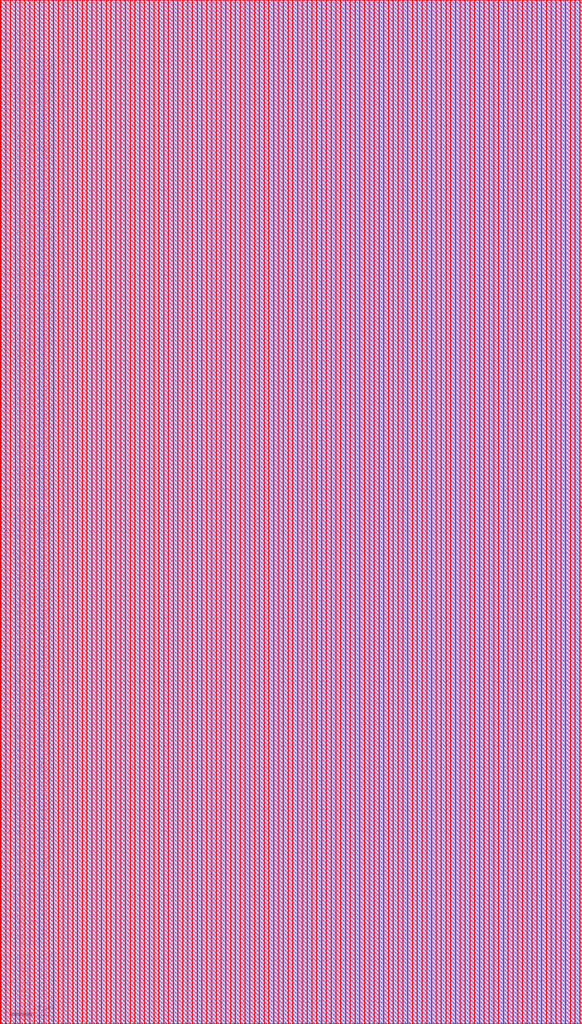
<source format=lef>
# Generated by FakeRAM 2.0
VERSION 5.7 ;
BUSBITCHARS "[]" ;
PROPERTYDEFINITIONS
  MACRO width INTEGER ;
  MACRO depth INTEGER ;
  MACRO banks INTEGER ;
END PROPERTYDEFINITIONS
MACRO liteeth_1rw1r_64w1024d_sram
  PROPERTY width 64 ;
  PROPERTY depth 1024 ;
  PROPERTY banks 1 ;
  FOREIGN liteeth_1rw1r_64w1024d_sram 0 0 ;
  SYMMETRY X Y R90 ;
  SIZE 272.460 BY 478.800 ;
  CLASS BLOCK ;
  PIN r0_addr_in[0]
    DIRECTION INPUT ;
    USE SIGNAL ;
    SHAPE ABUTMENT ;
    PORT
      LAYER metal3 ;
      RECT 272.390 0.140 272.460 0.210 ;
    END
  END r0_addr_in[0]
  PIN r0_addr_in[1]
    DIRECTION INPUT ;
    USE SIGNAL ;
    SHAPE ABUTMENT ;
    PORT
      LAYER metal3 ;
      RECT 272.390 3.360 272.460 3.430 ;
    END
  END r0_addr_in[1]
  PIN r0_addr_in[2]
    DIRECTION INPUT ;
    USE SIGNAL ;
    SHAPE ABUTMENT ;
    PORT
      LAYER metal3 ;
      RECT 272.390 6.580 272.460 6.650 ;
    END
  END r0_addr_in[2]
  PIN r0_addr_in[3]
    DIRECTION INPUT ;
    USE SIGNAL ;
    SHAPE ABUTMENT ;
    PORT
      LAYER metal3 ;
      RECT 272.390 9.800 272.460 9.870 ;
    END
  END r0_addr_in[3]
  PIN r0_addr_in[4]
    DIRECTION INPUT ;
    USE SIGNAL ;
    SHAPE ABUTMENT ;
    PORT
      LAYER metal3 ;
      RECT 272.390 13.020 272.460 13.090 ;
    END
  END r0_addr_in[4]
  PIN r0_addr_in[5]
    DIRECTION INPUT ;
    USE SIGNAL ;
    SHAPE ABUTMENT ;
    PORT
      LAYER metal3 ;
      RECT 272.390 16.240 272.460 16.310 ;
    END
  END r0_addr_in[5]
  PIN r0_addr_in[6]
    DIRECTION INPUT ;
    USE SIGNAL ;
    SHAPE ABUTMENT ;
    PORT
      LAYER metal3 ;
      RECT 272.390 19.460 272.460 19.530 ;
    END
  END r0_addr_in[6]
  PIN r0_addr_in[7]
    DIRECTION INPUT ;
    USE SIGNAL ;
    SHAPE ABUTMENT ;
    PORT
      LAYER metal3 ;
      RECT 272.390 22.680 272.460 22.750 ;
    END
  END r0_addr_in[7]
  PIN r0_addr_in[8]
    DIRECTION INPUT ;
    USE SIGNAL ;
    SHAPE ABUTMENT ;
    PORT
      LAYER metal3 ;
      RECT 272.390 25.900 272.460 25.970 ;
    END
  END r0_addr_in[8]
  PIN r0_addr_in[9]
    DIRECTION INPUT ;
    USE SIGNAL ;
    SHAPE ABUTMENT ;
    PORT
      LAYER metal3 ;
      RECT 272.390 29.120 272.460 29.190 ;
    END
  END r0_addr_in[9]
  PIN r0_rd_out[0]
    DIRECTION OUTPUT ;
    USE SIGNAL ;
    SHAPE ABUTMENT ;
    PORT
      LAYER metal3 ;
      RECT 272.390 35.560 272.460 35.630 ;
    END
  END r0_rd_out[0]
  PIN r0_rd_out[1]
    DIRECTION OUTPUT ;
    USE SIGNAL ;
    SHAPE ABUTMENT ;
    PORT
      LAYER metal3 ;
      RECT 272.390 38.780 272.460 38.850 ;
    END
  END r0_rd_out[1]
  PIN r0_rd_out[2]
    DIRECTION OUTPUT ;
    USE SIGNAL ;
    SHAPE ABUTMENT ;
    PORT
      LAYER metal3 ;
      RECT 272.390 42.000 272.460 42.070 ;
    END
  END r0_rd_out[2]
  PIN r0_rd_out[3]
    DIRECTION OUTPUT ;
    USE SIGNAL ;
    SHAPE ABUTMENT ;
    PORT
      LAYER metal3 ;
      RECT 272.390 45.220 272.460 45.290 ;
    END
  END r0_rd_out[3]
  PIN r0_rd_out[4]
    DIRECTION OUTPUT ;
    USE SIGNAL ;
    SHAPE ABUTMENT ;
    PORT
      LAYER metal3 ;
      RECT 272.390 48.440 272.460 48.510 ;
    END
  END r0_rd_out[4]
  PIN r0_rd_out[5]
    DIRECTION OUTPUT ;
    USE SIGNAL ;
    SHAPE ABUTMENT ;
    PORT
      LAYER metal3 ;
      RECT 272.390 51.660 272.460 51.730 ;
    END
  END r0_rd_out[5]
  PIN r0_rd_out[6]
    DIRECTION OUTPUT ;
    USE SIGNAL ;
    SHAPE ABUTMENT ;
    PORT
      LAYER metal3 ;
      RECT 272.390 54.880 272.460 54.950 ;
    END
  END r0_rd_out[6]
  PIN r0_rd_out[7]
    DIRECTION OUTPUT ;
    USE SIGNAL ;
    SHAPE ABUTMENT ;
    PORT
      LAYER metal3 ;
      RECT 272.390 58.100 272.460 58.170 ;
    END
  END r0_rd_out[7]
  PIN r0_rd_out[8]
    DIRECTION OUTPUT ;
    USE SIGNAL ;
    SHAPE ABUTMENT ;
    PORT
      LAYER metal3 ;
      RECT 272.390 61.320 272.460 61.390 ;
    END
  END r0_rd_out[8]
  PIN r0_rd_out[9]
    DIRECTION OUTPUT ;
    USE SIGNAL ;
    SHAPE ABUTMENT ;
    PORT
      LAYER metal3 ;
      RECT 272.390 64.540 272.460 64.610 ;
    END
  END r0_rd_out[9]
  PIN r0_rd_out[10]
    DIRECTION OUTPUT ;
    USE SIGNAL ;
    SHAPE ABUTMENT ;
    PORT
      LAYER metal3 ;
      RECT 272.390 67.760 272.460 67.830 ;
    END
  END r0_rd_out[10]
  PIN r0_rd_out[11]
    DIRECTION OUTPUT ;
    USE SIGNAL ;
    SHAPE ABUTMENT ;
    PORT
      LAYER metal3 ;
      RECT 272.390 70.980 272.460 71.050 ;
    END
  END r0_rd_out[11]
  PIN r0_rd_out[12]
    DIRECTION OUTPUT ;
    USE SIGNAL ;
    SHAPE ABUTMENT ;
    PORT
      LAYER metal3 ;
      RECT 272.390 74.200 272.460 74.270 ;
    END
  END r0_rd_out[12]
  PIN r0_rd_out[13]
    DIRECTION OUTPUT ;
    USE SIGNAL ;
    SHAPE ABUTMENT ;
    PORT
      LAYER metal3 ;
      RECT 272.390 77.420 272.460 77.490 ;
    END
  END r0_rd_out[13]
  PIN r0_rd_out[14]
    DIRECTION OUTPUT ;
    USE SIGNAL ;
    SHAPE ABUTMENT ;
    PORT
      LAYER metal3 ;
      RECT 272.390 80.640 272.460 80.710 ;
    END
  END r0_rd_out[14]
  PIN r0_rd_out[15]
    DIRECTION OUTPUT ;
    USE SIGNAL ;
    SHAPE ABUTMENT ;
    PORT
      LAYER metal3 ;
      RECT 272.390 83.860 272.460 83.930 ;
    END
  END r0_rd_out[15]
  PIN r0_rd_out[16]
    DIRECTION OUTPUT ;
    USE SIGNAL ;
    SHAPE ABUTMENT ;
    PORT
      LAYER metal3 ;
      RECT 272.390 87.080 272.460 87.150 ;
    END
  END r0_rd_out[16]
  PIN r0_rd_out[17]
    DIRECTION OUTPUT ;
    USE SIGNAL ;
    SHAPE ABUTMENT ;
    PORT
      LAYER metal3 ;
      RECT 272.390 90.300 272.460 90.370 ;
    END
  END r0_rd_out[17]
  PIN r0_rd_out[18]
    DIRECTION OUTPUT ;
    USE SIGNAL ;
    SHAPE ABUTMENT ;
    PORT
      LAYER metal3 ;
      RECT 272.390 93.520 272.460 93.590 ;
    END
  END r0_rd_out[18]
  PIN r0_rd_out[19]
    DIRECTION OUTPUT ;
    USE SIGNAL ;
    SHAPE ABUTMENT ;
    PORT
      LAYER metal3 ;
      RECT 272.390 96.740 272.460 96.810 ;
    END
  END r0_rd_out[19]
  PIN r0_rd_out[20]
    DIRECTION OUTPUT ;
    USE SIGNAL ;
    SHAPE ABUTMENT ;
    PORT
      LAYER metal3 ;
      RECT 272.390 99.960 272.460 100.030 ;
    END
  END r0_rd_out[20]
  PIN r0_rd_out[21]
    DIRECTION OUTPUT ;
    USE SIGNAL ;
    SHAPE ABUTMENT ;
    PORT
      LAYER metal3 ;
      RECT 272.390 103.180 272.460 103.250 ;
    END
  END r0_rd_out[21]
  PIN r0_rd_out[22]
    DIRECTION OUTPUT ;
    USE SIGNAL ;
    SHAPE ABUTMENT ;
    PORT
      LAYER metal3 ;
      RECT 272.390 106.400 272.460 106.470 ;
    END
  END r0_rd_out[22]
  PIN r0_rd_out[23]
    DIRECTION OUTPUT ;
    USE SIGNAL ;
    SHAPE ABUTMENT ;
    PORT
      LAYER metal3 ;
      RECT 272.390 109.620 272.460 109.690 ;
    END
  END r0_rd_out[23]
  PIN r0_rd_out[24]
    DIRECTION OUTPUT ;
    USE SIGNAL ;
    SHAPE ABUTMENT ;
    PORT
      LAYER metal3 ;
      RECT 272.390 112.840 272.460 112.910 ;
    END
  END r0_rd_out[24]
  PIN r0_rd_out[25]
    DIRECTION OUTPUT ;
    USE SIGNAL ;
    SHAPE ABUTMENT ;
    PORT
      LAYER metal3 ;
      RECT 272.390 116.060 272.460 116.130 ;
    END
  END r0_rd_out[25]
  PIN r0_rd_out[26]
    DIRECTION OUTPUT ;
    USE SIGNAL ;
    SHAPE ABUTMENT ;
    PORT
      LAYER metal3 ;
      RECT 272.390 119.280 272.460 119.350 ;
    END
  END r0_rd_out[26]
  PIN r0_rd_out[27]
    DIRECTION OUTPUT ;
    USE SIGNAL ;
    SHAPE ABUTMENT ;
    PORT
      LAYER metal3 ;
      RECT 272.390 122.500 272.460 122.570 ;
    END
  END r0_rd_out[27]
  PIN r0_rd_out[28]
    DIRECTION OUTPUT ;
    USE SIGNAL ;
    SHAPE ABUTMENT ;
    PORT
      LAYER metal3 ;
      RECT 272.390 125.720 272.460 125.790 ;
    END
  END r0_rd_out[28]
  PIN r0_rd_out[29]
    DIRECTION OUTPUT ;
    USE SIGNAL ;
    SHAPE ABUTMENT ;
    PORT
      LAYER metal3 ;
      RECT 272.390 128.940 272.460 129.010 ;
    END
  END r0_rd_out[29]
  PIN r0_rd_out[30]
    DIRECTION OUTPUT ;
    USE SIGNAL ;
    SHAPE ABUTMENT ;
    PORT
      LAYER metal3 ;
      RECT 272.390 132.160 272.460 132.230 ;
    END
  END r0_rd_out[30]
  PIN r0_rd_out[31]
    DIRECTION OUTPUT ;
    USE SIGNAL ;
    SHAPE ABUTMENT ;
    PORT
      LAYER metal3 ;
      RECT 272.390 135.380 272.460 135.450 ;
    END
  END r0_rd_out[31]
  PIN r0_rd_out[32]
    DIRECTION OUTPUT ;
    USE SIGNAL ;
    SHAPE ABUTMENT ;
    PORT
      LAYER metal3 ;
      RECT 272.390 138.600 272.460 138.670 ;
    END
  END r0_rd_out[32]
  PIN r0_rd_out[33]
    DIRECTION OUTPUT ;
    USE SIGNAL ;
    SHAPE ABUTMENT ;
    PORT
      LAYER metal3 ;
      RECT 272.390 141.820 272.460 141.890 ;
    END
  END r0_rd_out[33]
  PIN r0_rd_out[34]
    DIRECTION OUTPUT ;
    USE SIGNAL ;
    SHAPE ABUTMENT ;
    PORT
      LAYER metal3 ;
      RECT 272.390 145.040 272.460 145.110 ;
    END
  END r0_rd_out[34]
  PIN r0_rd_out[35]
    DIRECTION OUTPUT ;
    USE SIGNAL ;
    SHAPE ABUTMENT ;
    PORT
      LAYER metal3 ;
      RECT 272.390 148.260 272.460 148.330 ;
    END
  END r0_rd_out[35]
  PIN r0_rd_out[36]
    DIRECTION OUTPUT ;
    USE SIGNAL ;
    SHAPE ABUTMENT ;
    PORT
      LAYER metal3 ;
      RECT 272.390 151.480 272.460 151.550 ;
    END
  END r0_rd_out[36]
  PIN r0_rd_out[37]
    DIRECTION OUTPUT ;
    USE SIGNAL ;
    SHAPE ABUTMENT ;
    PORT
      LAYER metal3 ;
      RECT 272.390 154.700 272.460 154.770 ;
    END
  END r0_rd_out[37]
  PIN r0_rd_out[38]
    DIRECTION OUTPUT ;
    USE SIGNAL ;
    SHAPE ABUTMENT ;
    PORT
      LAYER metal3 ;
      RECT 272.390 157.920 272.460 157.990 ;
    END
  END r0_rd_out[38]
  PIN r0_rd_out[39]
    DIRECTION OUTPUT ;
    USE SIGNAL ;
    SHAPE ABUTMENT ;
    PORT
      LAYER metal3 ;
      RECT 272.390 161.140 272.460 161.210 ;
    END
  END r0_rd_out[39]
  PIN r0_rd_out[40]
    DIRECTION OUTPUT ;
    USE SIGNAL ;
    SHAPE ABUTMENT ;
    PORT
      LAYER metal3 ;
      RECT 272.390 164.360 272.460 164.430 ;
    END
  END r0_rd_out[40]
  PIN r0_rd_out[41]
    DIRECTION OUTPUT ;
    USE SIGNAL ;
    SHAPE ABUTMENT ;
    PORT
      LAYER metal3 ;
      RECT 272.390 167.580 272.460 167.650 ;
    END
  END r0_rd_out[41]
  PIN r0_rd_out[42]
    DIRECTION OUTPUT ;
    USE SIGNAL ;
    SHAPE ABUTMENT ;
    PORT
      LAYER metal3 ;
      RECT 272.390 170.800 272.460 170.870 ;
    END
  END r0_rd_out[42]
  PIN r0_rd_out[43]
    DIRECTION OUTPUT ;
    USE SIGNAL ;
    SHAPE ABUTMENT ;
    PORT
      LAYER metal3 ;
      RECT 272.390 174.020 272.460 174.090 ;
    END
  END r0_rd_out[43]
  PIN r0_rd_out[44]
    DIRECTION OUTPUT ;
    USE SIGNAL ;
    SHAPE ABUTMENT ;
    PORT
      LAYER metal3 ;
      RECT 272.390 177.240 272.460 177.310 ;
    END
  END r0_rd_out[44]
  PIN r0_rd_out[45]
    DIRECTION OUTPUT ;
    USE SIGNAL ;
    SHAPE ABUTMENT ;
    PORT
      LAYER metal3 ;
      RECT 272.390 180.460 272.460 180.530 ;
    END
  END r0_rd_out[45]
  PIN r0_rd_out[46]
    DIRECTION OUTPUT ;
    USE SIGNAL ;
    SHAPE ABUTMENT ;
    PORT
      LAYER metal3 ;
      RECT 272.390 183.680 272.460 183.750 ;
    END
  END r0_rd_out[46]
  PIN r0_rd_out[47]
    DIRECTION OUTPUT ;
    USE SIGNAL ;
    SHAPE ABUTMENT ;
    PORT
      LAYER metal3 ;
      RECT 272.390 186.900 272.460 186.970 ;
    END
  END r0_rd_out[47]
  PIN r0_rd_out[48]
    DIRECTION OUTPUT ;
    USE SIGNAL ;
    SHAPE ABUTMENT ;
    PORT
      LAYER metal3 ;
      RECT 272.390 190.120 272.460 190.190 ;
    END
  END r0_rd_out[48]
  PIN r0_rd_out[49]
    DIRECTION OUTPUT ;
    USE SIGNAL ;
    SHAPE ABUTMENT ;
    PORT
      LAYER metal3 ;
      RECT 272.390 193.340 272.460 193.410 ;
    END
  END r0_rd_out[49]
  PIN r0_rd_out[50]
    DIRECTION OUTPUT ;
    USE SIGNAL ;
    SHAPE ABUTMENT ;
    PORT
      LAYER metal3 ;
      RECT 272.390 196.560 272.460 196.630 ;
    END
  END r0_rd_out[50]
  PIN r0_rd_out[51]
    DIRECTION OUTPUT ;
    USE SIGNAL ;
    SHAPE ABUTMENT ;
    PORT
      LAYER metal3 ;
      RECT 272.390 199.780 272.460 199.850 ;
    END
  END r0_rd_out[51]
  PIN r0_rd_out[52]
    DIRECTION OUTPUT ;
    USE SIGNAL ;
    SHAPE ABUTMENT ;
    PORT
      LAYER metal3 ;
      RECT 272.390 203.000 272.460 203.070 ;
    END
  END r0_rd_out[52]
  PIN r0_rd_out[53]
    DIRECTION OUTPUT ;
    USE SIGNAL ;
    SHAPE ABUTMENT ;
    PORT
      LAYER metal3 ;
      RECT 272.390 206.220 272.460 206.290 ;
    END
  END r0_rd_out[53]
  PIN r0_rd_out[54]
    DIRECTION OUTPUT ;
    USE SIGNAL ;
    SHAPE ABUTMENT ;
    PORT
      LAYER metal3 ;
      RECT 272.390 209.440 272.460 209.510 ;
    END
  END r0_rd_out[54]
  PIN r0_rd_out[55]
    DIRECTION OUTPUT ;
    USE SIGNAL ;
    SHAPE ABUTMENT ;
    PORT
      LAYER metal3 ;
      RECT 272.390 212.660 272.460 212.730 ;
    END
  END r0_rd_out[55]
  PIN r0_rd_out[56]
    DIRECTION OUTPUT ;
    USE SIGNAL ;
    SHAPE ABUTMENT ;
    PORT
      LAYER metal3 ;
      RECT 272.390 215.880 272.460 215.950 ;
    END
  END r0_rd_out[56]
  PIN r0_rd_out[57]
    DIRECTION OUTPUT ;
    USE SIGNAL ;
    SHAPE ABUTMENT ;
    PORT
      LAYER metal3 ;
      RECT 272.390 219.100 272.460 219.170 ;
    END
  END r0_rd_out[57]
  PIN r0_rd_out[58]
    DIRECTION OUTPUT ;
    USE SIGNAL ;
    SHAPE ABUTMENT ;
    PORT
      LAYER metal3 ;
      RECT 272.390 222.320 272.460 222.390 ;
    END
  END r0_rd_out[58]
  PIN r0_rd_out[59]
    DIRECTION OUTPUT ;
    USE SIGNAL ;
    SHAPE ABUTMENT ;
    PORT
      LAYER metal3 ;
      RECT 272.390 225.540 272.460 225.610 ;
    END
  END r0_rd_out[59]
  PIN r0_rd_out[60]
    DIRECTION OUTPUT ;
    USE SIGNAL ;
    SHAPE ABUTMENT ;
    PORT
      LAYER metal3 ;
      RECT 272.390 228.760 272.460 228.830 ;
    END
  END r0_rd_out[60]
  PIN r0_rd_out[61]
    DIRECTION OUTPUT ;
    USE SIGNAL ;
    SHAPE ABUTMENT ;
    PORT
      LAYER metal3 ;
      RECT 272.390 231.980 272.460 232.050 ;
    END
  END r0_rd_out[61]
  PIN r0_rd_out[62]
    DIRECTION OUTPUT ;
    USE SIGNAL ;
    SHAPE ABUTMENT ;
    PORT
      LAYER metal3 ;
      RECT 272.390 235.200 272.460 235.270 ;
    END
  END r0_rd_out[62]
  PIN r0_rd_out[63]
    DIRECTION OUTPUT ;
    USE SIGNAL ;
    SHAPE ABUTMENT ;
    PORT
      LAYER metal3 ;
      RECT 272.390 238.420 272.460 238.490 ;
    END
  END r0_rd_out[63]
  PIN r0_ce_in
    DIRECTION INPUT ;
    USE SIGNAL ;
    SHAPE ABUTMENT ;
    PORT
      LAYER metal3 ;
      RECT 272.390 244.860 272.460 244.930 ;
    END
  END r0_ce_in
  PIN r0_clk
    DIRECTION INPUT ;
    USE SIGNAL ;
    SHAPE ABUTMENT ;
    PORT
      LAYER metal3 ;
      RECT 272.390 248.080 272.460 248.150 ;
    END
  END r0_clk
  PIN rw0_addr_in[0]
    DIRECTION INPUT ;
    USE SIGNAL ;
    SHAPE ABUTMENT ;
    PORT
      LAYER metal3 ;
      RECT 0.000 0.140 0.070 0.210 ;
    END
  END rw0_addr_in[0]
  PIN rw0_addr_in[1]
    DIRECTION INPUT ;
    USE SIGNAL ;
    SHAPE ABUTMENT ;
    PORT
      LAYER metal3 ;
      RECT 0.000 3.360 0.070 3.430 ;
    END
  END rw0_addr_in[1]
  PIN rw0_addr_in[2]
    DIRECTION INPUT ;
    USE SIGNAL ;
    SHAPE ABUTMENT ;
    PORT
      LAYER metal3 ;
      RECT 0.000 6.580 0.070 6.650 ;
    END
  END rw0_addr_in[2]
  PIN rw0_addr_in[3]
    DIRECTION INPUT ;
    USE SIGNAL ;
    SHAPE ABUTMENT ;
    PORT
      LAYER metal3 ;
      RECT 0.000 9.800 0.070 9.870 ;
    END
  END rw0_addr_in[3]
  PIN rw0_addr_in[4]
    DIRECTION INPUT ;
    USE SIGNAL ;
    SHAPE ABUTMENT ;
    PORT
      LAYER metal3 ;
      RECT 0.000 13.020 0.070 13.090 ;
    END
  END rw0_addr_in[4]
  PIN rw0_addr_in[5]
    DIRECTION INPUT ;
    USE SIGNAL ;
    SHAPE ABUTMENT ;
    PORT
      LAYER metal3 ;
      RECT 0.000 16.240 0.070 16.310 ;
    END
  END rw0_addr_in[5]
  PIN rw0_addr_in[6]
    DIRECTION INPUT ;
    USE SIGNAL ;
    SHAPE ABUTMENT ;
    PORT
      LAYER metal3 ;
      RECT 0.000 19.460 0.070 19.530 ;
    END
  END rw0_addr_in[6]
  PIN rw0_addr_in[7]
    DIRECTION INPUT ;
    USE SIGNAL ;
    SHAPE ABUTMENT ;
    PORT
      LAYER metal3 ;
      RECT 0.000 22.680 0.070 22.750 ;
    END
  END rw0_addr_in[7]
  PIN rw0_addr_in[8]
    DIRECTION INPUT ;
    USE SIGNAL ;
    SHAPE ABUTMENT ;
    PORT
      LAYER metal3 ;
      RECT 0.000 25.900 0.070 25.970 ;
    END
  END rw0_addr_in[8]
  PIN rw0_addr_in[9]
    DIRECTION INPUT ;
    USE SIGNAL ;
    SHAPE ABUTMENT ;
    PORT
      LAYER metal3 ;
      RECT 0.000 29.120 0.070 29.190 ;
    END
  END rw0_addr_in[9]
  PIN rw0_wd_in[0]
    DIRECTION INPUT ;
    USE SIGNAL ;
    SHAPE ABUTMENT ;
    PORT
      LAYER metal3 ;
      RECT 0.000 35.560 0.070 35.630 ;
    END
  END rw0_wd_in[0]
  PIN rw0_wd_in[1]
    DIRECTION INPUT ;
    USE SIGNAL ;
    SHAPE ABUTMENT ;
    PORT
      LAYER metal3 ;
      RECT 0.000 38.780 0.070 38.850 ;
    END
  END rw0_wd_in[1]
  PIN rw0_wd_in[2]
    DIRECTION INPUT ;
    USE SIGNAL ;
    SHAPE ABUTMENT ;
    PORT
      LAYER metal3 ;
      RECT 0.000 42.000 0.070 42.070 ;
    END
  END rw0_wd_in[2]
  PIN rw0_wd_in[3]
    DIRECTION INPUT ;
    USE SIGNAL ;
    SHAPE ABUTMENT ;
    PORT
      LAYER metal3 ;
      RECT 0.000 45.220 0.070 45.290 ;
    END
  END rw0_wd_in[3]
  PIN rw0_wd_in[4]
    DIRECTION INPUT ;
    USE SIGNAL ;
    SHAPE ABUTMENT ;
    PORT
      LAYER metal3 ;
      RECT 0.000 48.440 0.070 48.510 ;
    END
  END rw0_wd_in[4]
  PIN rw0_wd_in[5]
    DIRECTION INPUT ;
    USE SIGNAL ;
    SHAPE ABUTMENT ;
    PORT
      LAYER metal3 ;
      RECT 0.000 51.660 0.070 51.730 ;
    END
  END rw0_wd_in[5]
  PIN rw0_wd_in[6]
    DIRECTION INPUT ;
    USE SIGNAL ;
    SHAPE ABUTMENT ;
    PORT
      LAYER metal3 ;
      RECT 0.000 54.880 0.070 54.950 ;
    END
  END rw0_wd_in[6]
  PIN rw0_wd_in[7]
    DIRECTION INPUT ;
    USE SIGNAL ;
    SHAPE ABUTMENT ;
    PORT
      LAYER metal3 ;
      RECT 0.000 58.100 0.070 58.170 ;
    END
  END rw0_wd_in[7]
  PIN rw0_wd_in[8]
    DIRECTION INPUT ;
    USE SIGNAL ;
    SHAPE ABUTMENT ;
    PORT
      LAYER metal3 ;
      RECT 0.000 61.320 0.070 61.390 ;
    END
  END rw0_wd_in[8]
  PIN rw0_wd_in[9]
    DIRECTION INPUT ;
    USE SIGNAL ;
    SHAPE ABUTMENT ;
    PORT
      LAYER metal3 ;
      RECT 0.000 64.540 0.070 64.610 ;
    END
  END rw0_wd_in[9]
  PIN rw0_wd_in[10]
    DIRECTION INPUT ;
    USE SIGNAL ;
    SHAPE ABUTMENT ;
    PORT
      LAYER metal3 ;
      RECT 0.000 67.760 0.070 67.830 ;
    END
  END rw0_wd_in[10]
  PIN rw0_wd_in[11]
    DIRECTION INPUT ;
    USE SIGNAL ;
    SHAPE ABUTMENT ;
    PORT
      LAYER metal3 ;
      RECT 0.000 70.980 0.070 71.050 ;
    END
  END rw0_wd_in[11]
  PIN rw0_wd_in[12]
    DIRECTION INPUT ;
    USE SIGNAL ;
    SHAPE ABUTMENT ;
    PORT
      LAYER metal3 ;
      RECT 0.000 74.200 0.070 74.270 ;
    END
  END rw0_wd_in[12]
  PIN rw0_wd_in[13]
    DIRECTION INPUT ;
    USE SIGNAL ;
    SHAPE ABUTMENT ;
    PORT
      LAYER metal3 ;
      RECT 0.000 77.420 0.070 77.490 ;
    END
  END rw0_wd_in[13]
  PIN rw0_wd_in[14]
    DIRECTION INPUT ;
    USE SIGNAL ;
    SHAPE ABUTMENT ;
    PORT
      LAYER metal3 ;
      RECT 0.000 80.640 0.070 80.710 ;
    END
  END rw0_wd_in[14]
  PIN rw0_wd_in[15]
    DIRECTION INPUT ;
    USE SIGNAL ;
    SHAPE ABUTMENT ;
    PORT
      LAYER metal3 ;
      RECT 0.000 83.860 0.070 83.930 ;
    END
  END rw0_wd_in[15]
  PIN rw0_wd_in[16]
    DIRECTION INPUT ;
    USE SIGNAL ;
    SHAPE ABUTMENT ;
    PORT
      LAYER metal3 ;
      RECT 0.000 87.080 0.070 87.150 ;
    END
  END rw0_wd_in[16]
  PIN rw0_wd_in[17]
    DIRECTION INPUT ;
    USE SIGNAL ;
    SHAPE ABUTMENT ;
    PORT
      LAYER metal3 ;
      RECT 0.000 90.300 0.070 90.370 ;
    END
  END rw0_wd_in[17]
  PIN rw0_wd_in[18]
    DIRECTION INPUT ;
    USE SIGNAL ;
    SHAPE ABUTMENT ;
    PORT
      LAYER metal3 ;
      RECT 0.000 93.520 0.070 93.590 ;
    END
  END rw0_wd_in[18]
  PIN rw0_wd_in[19]
    DIRECTION INPUT ;
    USE SIGNAL ;
    SHAPE ABUTMENT ;
    PORT
      LAYER metal3 ;
      RECT 0.000 96.740 0.070 96.810 ;
    END
  END rw0_wd_in[19]
  PIN rw0_wd_in[20]
    DIRECTION INPUT ;
    USE SIGNAL ;
    SHAPE ABUTMENT ;
    PORT
      LAYER metal3 ;
      RECT 0.000 99.960 0.070 100.030 ;
    END
  END rw0_wd_in[20]
  PIN rw0_wd_in[21]
    DIRECTION INPUT ;
    USE SIGNAL ;
    SHAPE ABUTMENT ;
    PORT
      LAYER metal3 ;
      RECT 0.000 103.180 0.070 103.250 ;
    END
  END rw0_wd_in[21]
  PIN rw0_wd_in[22]
    DIRECTION INPUT ;
    USE SIGNAL ;
    SHAPE ABUTMENT ;
    PORT
      LAYER metal3 ;
      RECT 0.000 106.400 0.070 106.470 ;
    END
  END rw0_wd_in[22]
  PIN rw0_wd_in[23]
    DIRECTION INPUT ;
    USE SIGNAL ;
    SHAPE ABUTMENT ;
    PORT
      LAYER metal3 ;
      RECT 0.000 109.620 0.070 109.690 ;
    END
  END rw0_wd_in[23]
  PIN rw0_wd_in[24]
    DIRECTION INPUT ;
    USE SIGNAL ;
    SHAPE ABUTMENT ;
    PORT
      LAYER metal3 ;
      RECT 0.000 112.840 0.070 112.910 ;
    END
  END rw0_wd_in[24]
  PIN rw0_wd_in[25]
    DIRECTION INPUT ;
    USE SIGNAL ;
    SHAPE ABUTMENT ;
    PORT
      LAYER metal3 ;
      RECT 0.000 116.060 0.070 116.130 ;
    END
  END rw0_wd_in[25]
  PIN rw0_wd_in[26]
    DIRECTION INPUT ;
    USE SIGNAL ;
    SHAPE ABUTMENT ;
    PORT
      LAYER metal3 ;
      RECT 0.000 119.280 0.070 119.350 ;
    END
  END rw0_wd_in[26]
  PIN rw0_wd_in[27]
    DIRECTION INPUT ;
    USE SIGNAL ;
    SHAPE ABUTMENT ;
    PORT
      LAYER metal3 ;
      RECT 0.000 122.500 0.070 122.570 ;
    END
  END rw0_wd_in[27]
  PIN rw0_wd_in[28]
    DIRECTION INPUT ;
    USE SIGNAL ;
    SHAPE ABUTMENT ;
    PORT
      LAYER metal3 ;
      RECT 0.000 125.720 0.070 125.790 ;
    END
  END rw0_wd_in[28]
  PIN rw0_wd_in[29]
    DIRECTION INPUT ;
    USE SIGNAL ;
    SHAPE ABUTMENT ;
    PORT
      LAYER metal3 ;
      RECT 0.000 128.940 0.070 129.010 ;
    END
  END rw0_wd_in[29]
  PIN rw0_wd_in[30]
    DIRECTION INPUT ;
    USE SIGNAL ;
    SHAPE ABUTMENT ;
    PORT
      LAYER metal3 ;
      RECT 0.000 132.160 0.070 132.230 ;
    END
  END rw0_wd_in[30]
  PIN rw0_wd_in[31]
    DIRECTION INPUT ;
    USE SIGNAL ;
    SHAPE ABUTMENT ;
    PORT
      LAYER metal3 ;
      RECT 0.000 135.380 0.070 135.450 ;
    END
  END rw0_wd_in[31]
  PIN rw0_wd_in[32]
    DIRECTION INPUT ;
    USE SIGNAL ;
    SHAPE ABUTMENT ;
    PORT
      LAYER metal3 ;
      RECT 0.000 138.600 0.070 138.670 ;
    END
  END rw0_wd_in[32]
  PIN rw0_wd_in[33]
    DIRECTION INPUT ;
    USE SIGNAL ;
    SHAPE ABUTMENT ;
    PORT
      LAYER metal3 ;
      RECT 0.000 141.820 0.070 141.890 ;
    END
  END rw0_wd_in[33]
  PIN rw0_wd_in[34]
    DIRECTION INPUT ;
    USE SIGNAL ;
    SHAPE ABUTMENT ;
    PORT
      LAYER metal3 ;
      RECT 0.000 145.040 0.070 145.110 ;
    END
  END rw0_wd_in[34]
  PIN rw0_wd_in[35]
    DIRECTION INPUT ;
    USE SIGNAL ;
    SHAPE ABUTMENT ;
    PORT
      LAYER metal3 ;
      RECT 0.000 148.260 0.070 148.330 ;
    END
  END rw0_wd_in[35]
  PIN rw0_wd_in[36]
    DIRECTION INPUT ;
    USE SIGNAL ;
    SHAPE ABUTMENT ;
    PORT
      LAYER metal3 ;
      RECT 0.000 151.480 0.070 151.550 ;
    END
  END rw0_wd_in[36]
  PIN rw0_wd_in[37]
    DIRECTION INPUT ;
    USE SIGNAL ;
    SHAPE ABUTMENT ;
    PORT
      LAYER metal3 ;
      RECT 0.000 154.700 0.070 154.770 ;
    END
  END rw0_wd_in[37]
  PIN rw0_wd_in[38]
    DIRECTION INPUT ;
    USE SIGNAL ;
    SHAPE ABUTMENT ;
    PORT
      LAYER metal3 ;
      RECT 0.000 157.920 0.070 157.990 ;
    END
  END rw0_wd_in[38]
  PIN rw0_wd_in[39]
    DIRECTION INPUT ;
    USE SIGNAL ;
    SHAPE ABUTMENT ;
    PORT
      LAYER metal3 ;
      RECT 0.000 161.140 0.070 161.210 ;
    END
  END rw0_wd_in[39]
  PIN rw0_wd_in[40]
    DIRECTION INPUT ;
    USE SIGNAL ;
    SHAPE ABUTMENT ;
    PORT
      LAYER metal3 ;
      RECT 0.000 164.360 0.070 164.430 ;
    END
  END rw0_wd_in[40]
  PIN rw0_wd_in[41]
    DIRECTION INPUT ;
    USE SIGNAL ;
    SHAPE ABUTMENT ;
    PORT
      LAYER metal3 ;
      RECT 0.000 167.580 0.070 167.650 ;
    END
  END rw0_wd_in[41]
  PIN rw0_wd_in[42]
    DIRECTION INPUT ;
    USE SIGNAL ;
    SHAPE ABUTMENT ;
    PORT
      LAYER metal3 ;
      RECT 0.000 170.800 0.070 170.870 ;
    END
  END rw0_wd_in[42]
  PIN rw0_wd_in[43]
    DIRECTION INPUT ;
    USE SIGNAL ;
    SHAPE ABUTMENT ;
    PORT
      LAYER metal3 ;
      RECT 0.000 174.020 0.070 174.090 ;
    END
  END rw0_wd_in[43]
  PIN rw0_wd_in[44]
    DIRECTION INPUT ;
    USE SIGNAL ;
    SHAPE ABUTMENT ;
    PORT
      LAYER metal3 ;
      RECT 0.000 177.240 0.070 177.310 ;
    END
  END rw0_wd_in[44]
  PIN rw0_wd_in[45]
    DIRECTION INPUT ;
    USE SIGNAL ;
    SHAPE ABUTMENT ;
    PORT
      LAYER metal3 ;
      RECT 0.000 180.460 0.070 180.530 ;
    END
  END rw0_wd_in[45]
  PIN rw0_wd_in[46]
    DIRECTION INPUT ;
    USE SIGNAL ;
    SHAPE ABUTMENT ;
    PORT
      LAYER metal3 ;
      RECT 0.000 183.680 0.070 183.750 ;
    END
  END rw0_wd_in[46]
  PIN rw0_wd_in[47]
    DIRECTION INPUT ;
    USE SIGNAL ;
    SHAPE ABUTMENT ;
    PORT
      LAYER metal3 ;
      RECT 0.000 186.900 0.070 186.970 ;
    END
  END rw0_wd_in[47]
  PIN rw0_wd_in[48]
    DIRECTION INPUT ;
    USE SIGNAL ;
    SHAPE ABUTMENT ;
    PORT
      LAYER metal3 ;
      RECT 0.000 190.120 0.070 190.190 ;
    END
  END rw0_wd_in[48]
  PIN rw0_wd_in[49]
    DIRECTION INPUT ;
    USE SIGNAL ;
    SHAPE ABUTMENT ;
    PORT
      LAYER metal3 ;
      RECT 0.000 193.340 0.070 193.410 ;
    END
  END rw0_wd_in[49]
  PIN rw0_wd_in[50]
    DIRECTION INPUT ;
    USE SIGNAL ;
    SHAPE ABUTMENT ;
    PORT
      LAYER metal3 ;
      RECT 0.000 196.560 0.070 196.630 ;
    END
  END rw0_wd_in[50]
  PIN rw0_wd_in[51]
    DIRECTION INPUT ;
    USE SIGNAL ;
    SHAPE ABUTMENT ;
    PORT
      LAYER metal3 ;
      RECT 0.000 199.780 0.070 199.850 ;
    END
  END rw0_wd_in[51]
  PIN rw0_wd_in[52]
    DIRECTION INPUT ;
    USE SIGNAL ;
    SHAPE ABUTMENT ;
    PORT
      LAYER metal3 ;
      RECT 0.000 203.000 0.070 203.070 ;
    END
  END rw0_wd_in[52]
  PIN rw0_wd_in[53]
    DIRECTION INPUT ;
    USE SIGNAL ;
    SHAPE ABUTMENT ;
    PORT
      LAYER metal3 ;
      RECT 0.000 206.220 0.070 206.290 ;
    END
  END rw0_wd_in[53]
  PIN rw0_wd_in[54]
    DIRECTION INPUT ;
    USE SIGNAL ;
    SHAPE ABUTMENT ;
    PORT
      LAYER metal3 ;
      RECT 0.000 209.440 0.070 209.510 ;
    END
  END rw0_wd_in[54]
  PIN rw0_wd_in[55]
    DIRECTION INPUT ;
    USE SIGNAL ;
    SHAPE ABUTMENT ;
    PORT
      LAYER metal3 ;
      RECT 0.000 212.660 0.070 212.730 ;
    END
  END rw0_wd_in[55]
  PIN rw0_wd_in[56]
    DIRECTION INPUT ;
    USE SIGNAL ;
    SHAPE ABUTMENT ;
    PORT
      LAYER metal3 ;
      RECT 0.000 215.880 0.070 215.950 ;
    END
  END rw0_wd_in[56]
  PIN rw0_wd_in[57]
    DIRECTION INPUT ;
    USE SIGNAL ;
    SHAPE ABUTMENT ;
    PORT
      LAYER metal3 ;
      RECT 0.000 219.100 0.070 219.170 ;
    END
  END rw0_wd_in[57]
  PIN rw0_wd_in[58]
    DIRECTION INPUT ;
    USE SIGNAL ;
    SHAPE ABUTMENT ;
    PORT
      LAYER metal3 ;
      RECT 0.000 222.320 0.070 222.390 ;
    END
  END rw0_wd_in[58]
  PIN rw0_wd_in[59]
    DIRECTION INPUT ;
    USE SIGNAL ;
    SHAPE ABUTMENT ;
    PORT
      LAYER metal3 ;
      RECT 0.000 225.540 0.070 225.610 ;
    END
  END rw0_wd_in[59]
  PIN rw0_wd_in[60]
    DIRECTION INPUT ;
    USE SIGNAL ;
    SHAPE ABUTMENT ;
    PORT
      LAYER metal3 ;
      RECT 0.000 228.760 0.070 228.830 ;
    END
  END rw0_wd_in[60]
  PIN rw0_wd_in[61]
    DIRECTION INPUT ;
    USE SIGNAL ;
    SHAPE ABUTMENT ;
    PORT
      LAYER metal3 ;
      RECT 0.000 231.980 0.070 232.050 ;
    END
  END rw0_wd_in[61]
  PIN rw0_wd_in[62]
    DIRECTION INPUT ;
    USE SIGNAL ;
    SHAPE ABUTMENT ;
    PORT
      LAYER metal3 ;
      RECT 0.000 235.200 0.070 235.270 ;
    END
  END rw0_wd_in[62]
  PIN rw0_wd_in[63]
    DIRECTION INPUT ;
    USE SIGNAL ;
    SHAPE ABUTMENT ;
    PORT
      LAYER metal3 ;
      RECT 0.000 238.420 0.070 238.490 ;
    END
  END rw0_wd_in[63]
  PIN rw0_rd_out[0]
    DIRECTION OUTPUT ;
    USE SIGNAL ;
    SHAPE ABUTMENT ;
    PORT
      LAYER metal3 ;
      RECT 0.000 244.860 0.070 244.930 ;
    END
  END rw0_rd_out[0]
  PIN rw0_rd_out[1]
    DIRECTION OUTPUT ;
    USE SIGNAL ;
    SHAPE ABUTMENT ;
    PORT
      LAYER metal3 ;
      RECT 0.000 248.080 0.070 248.150 ;
    END
  END rw0_rd_out[1]
  PIN rw0_rd_out[2]
    DIRECTION OUTPUT ;
    USE SIGNAL ;
    SHAPE ABUTMENT ;
    PORT
      LAYER metal3 ;
      RECT 0.000 251.300 0.070 251.370 ;
    END
  END rw0_rd_out[2]
  PIN rw0_rd_out[3]
    DIRECTION OUTPUT ;
    USE SIGNAL ;
    SHAPE ABUTMENT ;
    PORT
      LAYER metal3 ;
      RECT 0.000 254.520 0.070 254.590 ;
    END
  END rw0_rd_out[3]
  PIN rw0_rd_out[4]
    DIRECTION OUTPUT ;
    USE SIGNAL ;
    SHAPE ABUTMENT ;
    PORT
      LAYER metal3 ;
      RECT 0.000 257.740 0.070 257.810 ;
    END
  END rw0_rd_out[4]
  PIN rw0_rd_out[5]
    DIRECTION OUTPUT ;
    USE SIGNAL ;
    SHAPE ABUTMENT ;
    PORT
      LAYER metal3 ;
      RECT 0.000 260.960 0.070 261.030 ;
    END
  END rw0_rd_out[5]
  PIN rw0_rd_out[6]
    DIRECTION OUTPUT ;
    USE SIGNAL ;
    SHAPE ABUTMENT ;
    PORT
      LAYER metal3 ;
      RECT 0.000 264.180 0.070 264.250 ;
    END
  END rw0_rd_out[6]
  PIN rw0_rd_out[7]
    DIRECTION OUTPUT ;
    USE SIGNAL ;
    SHAPE ABUTMENT ;
    PORT
      LAYER metal3 ;
      RECT 0.000 267.400 0.070 267.470 ;
    END
  END rw0_rd_out[7]
  PIN rw0_rd_out[8]
    DIRECTION OUTPUT ;
    USE SIGNAL ;
    SHAPE ABUTMENT ;
    PORT
      LAYER metal3 ;
      RECT 0.000 270.620 0.070 270.690 ;
    END
  END rw0_rd_out[8]
  PIN rw0_rd_out[9]
    DIRECTION OUTPUT ;
    USE SIGNAL ;
    SHAPE ABUTMENT ;
    PORT
      LAYER metal3 ;
      RECT 0.000 273.840 0.070 273.910 ;
    END
  END rw0_rd_out[9]
  PIN rw0_rd_out[10]
    DIRECTION OUTPUT ;
    USE SIGNAL ;
    SHAPE ABUTMENT ;
    PORT
      LAYER metal3 ;
      RECT 0.000 277.060 0.070 277.130 ;
    END
  END rw0_rd_out[10]
  PIN rw0_rd_out[11]
    DIRECTION OUTPUT ;
    USE SIGNAL ;
    SHAPE ABUTMENT ;
    PORT
      LAYER metal3 ;
      RECT 0.000 280.280 0.070 280.350 ;
    END
  END rw0_rd_out[11]
  PIN rw0_rd_out[12]
    DIRECTION OUTPUT ;
    USE SIGNAL ;
    SHAPE ABUTMENT ;
    PORT
      LAYER metal3 ;
      RECT 0.000 283.500 0.070 283.570 ;
    END
  END rw0_rd_out[12]
  PIN rw0_rd_out[13]
    DIRECTION OUTPUT ;
    USE SIGNAL ;
    SHAPE ABUTMENT ;
    PORT
      LAYER metal3 ;
      RECT 0.000 286.720 0.070 286.790 ;
    END
  END rw0_rd_out[13]
  PIN rw0_rd_out[14]
    DIRECTION OUTPUT ;
    USE SIGNAL ;
    SHAPE ABUTMENT ;
    PORT
      LAYER metal3 ;
      RECT 0.000 289.940 0.070 290.010 ;
    END
  END rw0_rd_out[14]
  PIN rw0_rd_out[15]
    DIRECTION OUTPUT ;
    USE SIGNAL ;
    SHAPE ABUTMENT ;
    PORT
      LAYER metal3 ;
      RECT 0.000 293.160 0.070 293.230 ;
    END
  END rw0_rd_out[15]
  PIN rw0_rd_out[16]
    DIRECTION OUTPUT ;
    USE SIGNAL ;
    SHAPE ABUTMENT ;
    PORT
      LAYER metal3 ;
      RECT 0.000 296.380 0.070 296.450 ;
    END
  END rw0_rd_out[16]
  PIN rw0_rd_out[17]
    DIRECTION OUTPUT ;
    USE SIGNAL ;
    SHAPE ABUTMENT ;
    PORT
      LAYER metal3 ;
      RECT 0.000 299.600 0.070 299.670 ;
    END
  END rw0_rd_out[17]
  PIN rw0_rd_out[18]
    DIRECTION OUTPUT ;
    USE SIGNAL ;
    SHAPE ABUTMENT ;
    PORT
      LAYER metal3 ;
      RECT 0.000 302.820 0.070 302.890 ;
    END
  END rw0_rd_out[18]
  PIN rw0_rd_out[19]
    DIRECTION OUTPUT ;
    USE SIGNAL ;
    SHAPE ABUTMENT ;
    PORT
      LAYER metal3 ;
      RECT 0.000 306.040 0.070 306.110 ;
    END
  END rw0_rd_out[19]
  PIN rw0_rd_out[20]
    DIRECTION OUTPUT ;
    USE SIGNAL ;
    SHAPE ABUTMENT ;
    PORT
      LAYER metal3 ;
      RECT 0.000 309.260 0.070 309.330 ;
    END
  END rw0_rd_out[20]
  PIN rw0_rd_out[21]
    DIRECTION OUTPUT ;
    USE SIGNAL ;
    SHAPE ABUTMENT ;
    PORT
      LAYER metal3 ;
      RECT 0.000 312.480 0.070 312.550 ;
    END
  END rw0_rd_out[21]
  PIN rw0_rd_out[22]
    DIRECTION OUTPUT ;
    USE SIGNAL ;
    SHAPE ABUTMENT ;
    PORT
      LAYER metal3 ;
      RECT 0.000 315.700 0.070 315.770 ;
    END
  END rw0_rd_out[22]
  PIN rw0_rd_out[23]
    DIRECTION OUTPUT ;
    USE SIGNAL ;
    SHAPE ABUTMENT ;
    PORT
      LAYER metal3 ;
      RECT 0.000 318.920 0.070 318.990 ;
    END
  END rw0_rd_out[23]
  PIN rw0_rd_out[24]
    DIRECTION OUTPUT ;
    USE SIGNAL ;
    SHAPE ABUTMENT ;
    PORT
      LAYER metal3 ;
      RECT 0.000 322.140 0.070 322.210 ;
    END
  END rw0_rd_out[24]
  PIN rw0_rd_out[25]
    DIRECTION OUTPUT ;
    USE SIGNAL ;
    SHAPE ABUTMENT ;
    PORT
      LAYER metal3 ;
      RECT 0.000 325.360 0.070 325.430 ;
    END
  END rw0_rd_out[25]
  PIN rw0_rd_out[26]
    DIRECTION OUTPUT ;
    USE SIGNAL ;
    SHAPE ABUTMENT ;
    PORT
      LAYER metal3 ;
      RECT 0.000 328.580 0.070 328.650 ;
    END
  END rw0_rd_out[26]
  PIN rw0_rd_out[27]
    DIRECTION OUTPUT ;
    USE SIGNAL ;
    SHAPE ABUTMENT ;
    PORT
      LAYER metal3 ;
      RECT 0.000 331.800 0.070 331.870 ;
    END
  END rw0_rd_out[27]
  PIN rw0_rd_out[28]
    DIRECTION OUTPUT ;
    USE SIGNAL ;
    SHAPE ABUTMENT ;
    PORT
      LAYER metal3 ;
      RECT 0.000 335.020 0.070 335.090 ;
    END
  END rw0_rd_out[28]
  PIN rw0_rd_out[29]
    DIRECTION OUTPUT ;
    USE SIGNAL ;
    SHAPE ABUTMENT ;
    PORT
      LAYER metal3 ;
      RECT 0.000 338.240 0.070 338.310 ;
    END
  END rw0_rd_out[29]
  PIN rw0_rd_out[30]
    DIRECTION OUTPUT ;
    USE SIGNAL ;
    SHAPE ABUTMENT ;
    PORT
      LAYER metal3 ;
      RECT 0.000 341.460 0.070 341.530 ;
    END
  END rw0_rd_out[30]
  PIN rw0_rd_out[31]
    DIRECTION OUTPUT ;
    USE SIGNAL ;
    SHAPE ABUTMENT ;
    PORT
      LAYER metal3 ;
      RECT 0.000 344.680 0.070 344.750 ;
    END
  END rw0_rd_out[31]
  PIN rw0_rd_out[32]
    DIRECTION OUTPUT ;
    USE SIGNAL ;
    SHAPE ABUTMENT ;
    PORT
      LAYER metal3 ;
      RECT 0.000 347.900 0.070 347.970 ;
    END
  END rw0_rd_out[32]
  PIN rw0_rd_out[33]
    DIRECTION OUTPUT ;
    USE SIGNAL ;
    SHAPE ABUTMENT ;
    PORT
      LAYER metal3 ;
      RECT 0.000 351.120 0.070 351.190 ;
    END
  END rw0_rd_out[33]
  PIN rw0_rd_out[34]
    DIRECTION OUTPUT ;
    USE SIGNAL ;
    SHAPE ABUTMENT ;
    PORT
      LAYER metal3 ;
      RECT 0.000 354.340 0.070 354.410 ;
    END
  END rw0_rd_out[34]
  PIN rw0_rd_out[35]
    DIRECTION OUTPUT ;
    USE SIGNAL ;
    SHAPE ABUTMENT ;
    PORT
      LAYER metal3 ;
      RECT 0.000 357.560 0.070 357.630 ;
    END
  END rw0_rd_out[35]
  PIN rw0_rd_out[36]
    DIRECTION OUTPUT ;
    USE SIGNAL ;
    SHAPE ABUTMENT ;
    PORT
      LAYER metal3 ;
      RECT 0.000 360.780 0.070 360.850 ;
    END
  END rw0_rd_out[36]
  PIN rw0_rd_out[37]
    DIRECTION OUTPUT ;
    USE SIGNAL ;
    SHAPE ABUTMENT ;
    PORT
      LAYER metal3 ;
      RECT 0.000 364.000 0.070 364.070 ;
    END
  END rw0_rd_out[37]
  PIN rw0_rd_out[38]
    DIRECTION OUTPUT ;
    USE SIGNAL ;
    SHAPE ABUTMENT ;
    PORT
      LAYER metal3 ;
      RECT 0.000 367.220 0.070 367.290 ;
    END
  END rw0_rd_out[38]
  PIN rw0_rd_out[39]
    DIRECTION OUTPUT ;
    USE SIGNAL ;
    SHAPE ABUTMENT ;
    PORT
      LAYER metal3 ;
      RECT 0.000 370.440 0.070 370.510 ;
    END
  END rw0_rd_out[39]
  PIN rw0_rd_out[40]
    DIRECTION OUTPUT ;
    USE SIGNAL ;
    SHAPE ABUTMENT ;
    PORT
      LAYER metal3 ;
      RECT 0.000 373.660 0.070 373.730 ;
    END
  END rw0_rd_out[40]
  PIN rw0_rd_out[41]
    DIRECTION OUTPUT ;
    USE SIGNAL ;
    SHAPE ABUTMENT ;
    PORT
      LAYER metal3 ;
      RECT 0.000 376.880 0.070 376.950 ;
    END
  END rw0_rd_out[41]
  PIN rw0_rd_out[42]
    DIRECTION OUTPUT ;
    USE SIGNAL ;
    SHAPE ABUTMENT ;
    PORT
      LAYER metal3 ;
      RECT 0.000 380.100 0.070 380.170 ;
    END
  END rw0_rd_out[42]
  PIN rw0_rd_out[43]
    DIRECTION OUTPUT ;
    USE SIGNAL ;
    SHAPE ABUTMENT ;
    PORT
      LAYER metal3 ;
      RECT 0.000 383.320 0.070 383.390 ;
    END
  END rw0_rd_out[43]
  PIN rw0_rd_out[44]
    DIRECTION OUTPUT ;
    USE SIGNAL ;
    SHAPE ABUTMENT ;
    PORT
      LAYER metal3 ;
      RECT 0.000 386.540 0.070 386.610 ;
    END
  END rw0_rd_out[44]
  PIN rw0_rd_out[45]
    DIRECTION OUTPUT ;
    USE SIGNAL ;
    SHAPE ABUTMENT ;
    PORT
      LAYER metal3 ;
      RECT 0.000 389.760 0.070 389.830 ;
    END
  END rw0_rd_out[45]
  PIN rw0_rd_out[46]
    DIRECTION OUTPUT ;
    USE SIGNAL ;
    SHAPE ABUTMENT ;
    PORT
      LAYER metal3 ;
      RECT 0.000 392.980 0.070 393.050 ;
    END
  END rw0_rd_out[46]
  PIN rw0_rd_out[47]
    DIRECTION OUTPUT ;
    USE SIGNAL ;
    SHAPE ABUTMENT ;
    PORT
      LAYER metal3 ;
      RECT 0.000 396.200 0.070 396.270 ;
    END
  END rw0_rd_out[47]
  PIN rw0_rd_out[48]
    DIRECTION OUTPUT ;
    USE SIGNAL ;
    SHAPE ABUTMENT ;
    PORT
      LAYER metal3 ;
      RECT 0.000 399.420 0.070 399.490 ;
    END
  END rw0_rd_out[48]
  PIN rw0_rd_out[49]
    DIRECTION OUTPUT ;
    USE SIGNAL ;
    SHAPE ABUTMENT ;
    PORT
      LAYER metal3 ;
      RECT 0.000 402.640 0.070 402.710 ;
    END
  END rw0_rd_out[49]
  PIN rw0_rd_out[50]
    DIRECTION OUTPUT ;
    USE SIGNAL ;
    SHAPE ABUTMENT ;
    PORT
      LAYER metal3 ;
      RECT 0.000 405.860 0.070 405.930 ;
    END
  END rw0_rd_out[50]
  PIN rw0_rd_out[51]
    DIRECTION OUTPUT ;
    USE SIGNAL ;
    SHAPE ABUTMENT ;
    PORT
      LAYER metal3 ;
      RECT 0.000 409.080 0.070 409.150 ;
    END
  END rw0_rd_out[51]
  PIN rw0_rd_out[52]
    DIRECTION OUTPUT ;
    USE SIGNAL ;
    SHAPE ABUTMENT ;
    PORT
      LAYER metal3 ;
      RECT 0.000 412.300 0.070 412.370 ;
    END
  END rw0_rd_out[52]
  PIN rw0_rd_out[53]
    DIRECTION OUTPUT ;
    USE SIGNAL ;
    SHAPE ABUTMENT ;
    PORT
      LAYER metal3 ;
      RECT 0.000 415.520 0.070 415.590 ;
    END
  END rw0_rd_out[53]
  PIN rw0_rd_out[54]
    DIRECTION OUTPUT ;
    USE SIGNAL ;
    SHAPE ABUTMENT ;
    PORT
      LAYER metal3 ;
      RECT 0.000 418.740 0.070 418.810 ;
    END
  END rw0_rd_out[54]
  PIN rw0_rd_out[55]
    DIRECTION OUTPUT ;
    USE SIGNAL ;
    SHAPE ABUTMENT ;
    PORT
      LAYER metal3 ;
      RECT 0.000 421.960 0.070 422.030 ;
    END
  END rw0_rd_out[55]
  PIN rw0_rd_out[56]
    DIRECTION OUTPUT ;
    USE SIGNAL ;
    SHAPE ABUTMENT ;
    PORT
      LAYER metal3 ;
      RECT 0.000 425.180 0.070 425.250 ;
    END
  END rw0_rd_out[56]
  PIN rw0_rd_out[57]
    DIRECTION OUTPUT ;
    USE SIGNAL ;
    SHAPE ABUTMENT ;
    PORT
      LAYER metal3 ;
      RECT 0.000 428.400 0.070 428.470 ;
    END
  END rw0_rd_out[57]
  PIN rw0_rd_out[58]
    DIRECTION OUTPUT ;
    USE SIGNAL ;
    SHAPE ABUTMENT ;
    PORT
      LAYER metal3 ;
      RECT 0.000 431.620 0.070 431.690 ;
    END
  END rw0_rd_out[58]
  PIN rw0_rd_out[59]
    DIRECTION OUTPUT ;
    USE SIGNAL ;
    SHAPE ABUTMENT ;
    PORT
      LAYER metal3 ;
      RECT 0.000 434.840 0.070 434.910 ;
    END
  END rw0_rd_out[59]
  PIN rw0_rd_out[60]
    DIRECTION OUTPUT ;
    USE SIGNAL ;
    SHAPE ABUTMENT ;
    PORT
      LAYER metal3 ;
      RECT 0.000 438.060 0.070 438.130 ;
    END
  END rw0_rd_out[60]
  PIN rw0_rd_out[61]
    DIRECTION OUTPUT ;
    USE SIGNAL ;
    SHAPE ABUTMENT ;
    PORT
      LAYER metal3 ;
      RECT 0.000 441.280 0.070 441.350 ;
    END
  END rw0_rd_out[61]
  PIN rw0_rd_out[62]
    DIRECTION OUTPUT ;
    USE SIGNAL ;
    SHAPE ABUTMENT ;
    PORT
      LAYER metal3 ;
      RECT 0.000 444.500 0.070 444.570 ;
    END
  END rw0_rd_out[62]
  PIN rw0_rd_out[63]
    DIRECTION OUTPUT ;
    USE SIGNAL ;
    SHAPE ABUTMENT ;
    PORT
      LAYER metal3 ;
      RECT 0.000 447.720 0.070 447.790 ;
    END
  END rw0_rd_out[63]
  PIN rw0_we_in
    DIRECTION INPUT ;
    USE SIGNAL ;
    SHAPE ABUTMENT ;
    PORT
      LAYER metal3 ;
      RECT 0.000 454.160 0.070 454.230 ;
    END
  END rw0_we_in
  PIN rw0_ce_in
    DIRECTION INPUT ;
    USE SIGNAL ;
    SHAPE ABUTMENT ;
    PORT
      LAYER metal3 ;
      RECT 0.000 457.380 0.070 457.450 ;
    END
  END rw0_ce_in
  PIN rw0_clk
    DIRECTION INPUT ;
    USE SIGNAL ;
    SHAPE ABUTMENT ;
    PORT
      LAYER metal3 ;
      RECT 0.000 460.600 0.070 460.670 ;
    END
  END rw0_clk
  PIN VSS
    DIRECTION INOUT ;
    USE GROUND ;
    PORT
      LAYER metal4 ;
      RECT 0.210 0.140 0.490 478.660 ;
      RECT 2.450 0.140 2.730 478.660 ;
      RECT 4.690 0.140 4.970 478.660 ;
      RECT 6.930 0.140 7.210 478.660 ;
      RECT 9.170 0.140 9.450 478.660 ;
      RECT 11.410 0.140 11.690 478.660 ;
      RECT 13.650 0.140 13.930 478.660 ;
      RECT 15.890 0.140 16.170 478.660 ;
      RECT 18.130 0.140 18.410 478.660 ;
      RECT 20.370 0.140 20.650 478.660 ;
      RECT 22.610 0.140 22.890 478.660 ;
      RECT 24.850 0.140 25.130 478.660 ;
      RECT 27.090 0.140 27.370 478.660 ;
      RECT 29.330 0.140 29.610 478.660 ;
      RECT 31.570 0.140 31.850 478.660 ;
      RECT 33.810 0.140 34.090 478.660 ;
      RECT 36.050 0.140 36.330 478.660 ;
      RECT 38.290 0.140 38.570 478.660 ;
      RECT 40.530 0.140 40.810 478.660 ;
      RECT 42.770 0.140 43.050 478.660 ;
      RECT 45.010 0.140 45.290 478.660 ;
      RECT 47.250 0.140 47.530 478.660 ;
      RECT 49.490 0.140 49.770 478.660 ;
      RECT 51.730 0.140 52.010 478.660 ;
      RECT 53.970 0.140 54.250 478.660 ;
      RECT 56.210 0.140 56.490 478.660 ;
      RECT 58.450 0.140 58.730 478.660 ;
      RECT 60.690 0.140 60.970 478.660 ;
      RECT 62.930 0.140 63.210 478.660 ;
      RECT 65.170 0.140 65.450 478.660 ;
      RECT 67.410 0.140 67.690 478.660 ;
      RECT 69.650 0.140 69.930 478.660 ;
      RECT 71.890 0.140 72.170 478.660 ;
      RECT 74.130 0.140 74.410 478.660 ;
      RECT 76.370 0.140 76.650 478.660 ;
      RECT 78.610 0.140 78.890 478.660 ;
      RECT 80.850 0.140 81.130 478.660 ;
      RECT 83.090 0.140 83.370 478.660 ;
      RECT 85.330 0.140 85.610 478.660 ;
      RECT 87.570 0.140 87.850 478.660 ;
      RECT 89.810 0.140 90.090 478.660 ;
      RECT 92.050 0.140 92.330 478.660 ;
      RECT 94.290 0.140 94.570 478.660 ;
      RECT 96.530 0.140 96.810 478.660 ;
      RECT 98.770 0.140 99.050 478.660 ;
      RECT 101.010 0.140 101.290 478.660 ;
      RECT 103.250 0.140 103.530 478.660 ;
      RECT 105.490 0.140 105.770 478.660 ;
      RECT 107.730 0.140 108.010 478.660 ;
      RECT 109.970 0.140 110.250 478.660 ;
      RECT 112.210 0.140 112.490 478.660 ;
      RECT 114.450 0.140 114.730 478.660 ;
      RECT 116.690 0.140 116.970 478.660 ;
      RECT 118.930 0.140 119.210 478.660 ;
      RECT 121.170 0.140 121.450 478.660 ;
      RECT 123.410 0.140 123.690 478.660 ;
      RECT 125.650 0.140 125.930 478.660 ;
      RECT 127.890 0.140 128.170 478.660 ;
      RECT 130.130 0.140 130.410 478.660 ;
      RECT 132.370 0.140 132.650 478.660 ;
      RECT 134.610 0.140 134.890 478.660 ;
      RECT 136.850 0.140 137.130 478.660 ;
      RECT 139.090 0.140 139.370 478.660 ;
      RECT 141.330 0.140 141.610 478.660 ;
      RECT 143.570 0.140 143.850 478.660 ;
      RECT 145.810 0.140 146.090 478.660 ;
      RECT 148.050 0.140 148.330 478.660 ;
      RECT 150.290 0.140 150.570 478.660 ;
      RECT 152.530 0.140 152.810 478.660 ;
      RECT 154.770 0.140 155.050 478.660 ;
      RECT 157.010 0.140 157.290 478.660 ;
      RECT 159.250 0.140 159.530 478.660 ;
      RECT 161.490 0.140 161.770 478.660 ;
      RECT 163.730 0.140 164.010 478.660 ;
      RECT 165.970 0.140 166.250 478.660 ;
      RECT 168.210 0.140 168.490 478.660 ;
      RECT 170.450 0.140 170.730 478.660 ;
      RECT 172.690 0.140 172.970 478.660 ;
      RECT 174.930 0.140 175.210 478.660 ;
      RECT 177.170 0.140 177.450 478.660 ;
      RECT 179.410 0.140 179.690 478.660 ;
      RECT 181.650 0.140 181.930 478.660 ;
      RECT 183.890 0.140 184.170 478.660 ;
      RECT 186.130 0.140 186.410 478.660 ;
      RECT 188.370 0.140 188.650 478.660 ;
      RECT 190.610 0.140 190.890 478.660 ;
      RECT 192.850 0.140 193.130 478.660 ;
      RECT 195.090 0.140 195.370 478.660 ;
      RECT 197.330 0.140 197.610 478.660 ;
      RECT 199.570 0.140 199.850 478.660 ;
      RECT 201.810 0.140 202.090 478.660 ;
      RECT 204.050 0.140 204.330 478.660 ;
      RECT 206.290 0.140 206.570 478.660 ;
      RECT 208.530 0.140 208.810 478.660 ;
      RECT 210.770 0.140 211.050 478.660 ;
      RECT 213.010 0.140 213.290 478.660 ;
      RECT 215.250 0.140 215.530 478.660 ;
      RECT 217.490 0.140 217.770 478.660 ;
      RECT 219.730 0.140 220.010 478.660 ;
      RECT 221.970 0.140 222.250 478.660 ;
      RECT 224.210 0.140 224.490 478.660 ;
      RECT 226.450 0.140 226.730 478.660 ;
      RECT 228.690 0.140 228.970 478.660 ;
      RECT 230.930 0.140 231.210 478.660 ;
      RECT 233.170 0.140 233.450 478.660 ;
      RECT 235.410 0.140 235.690 478.660 ;
      RECT 237.650 0.140 237.930 478.660 ;
      RECT 239.890 0.140 240.170 478.660 ;
      RECT 242.130 0.140 242.410 478.660 ;
      RECT 244.370 0.140 244.650 478.660 ;
      RECT 246.610 0.140 246.890 478.660 ;
      RECT 248.850 0.140 249.130 478.660 ;
      RECT 251.090 0.140 251.370 478.660 ;
      RECT 253.330 0.140 253.610 478.660 ;
      RECT 255.570 0.140 255.850 478.660 ;
      RECT 257.810 0.140 258.090 478.660 ;
      RECT 260.050 0.140 260.330 478.660 ;
      RECT 262.290 0.140 262.570 478.660 ;
      RECT 264.530 0.140 264.810 478.660 ;
      RECT 266.770 0.140 267.050 478.660 ;
      RECT 269.010 0.140 269.290 478.660 ;
      RECT 271.250 0.140 271.530 478.660 ;
    END
  END VSS
  PIN VDD
    DIRECTION INOUT ;
    USE POWER ;
    PORT
      LAYER metal4 ;
      RECT 0.210 0.140 0.490 478.660 ;
      RECT 2.450 0.140 2.730 478.660 ;
      RECT 4.690 0.140 4.970 478.660 ;
      RECT 6.930 0.140 7.210 478.660 ;
      RECT 9.170 0.140 9.450 478.660 ;
      RECT 11.410 0.140 11.690 478.660 ;
      RECT 13.650 0.140 13.930 478.660 ;
      RECT 15.890 0.140 16.170 478.660 ;
      RECT 18.130 0.140 18.410 478.660 ;
      RECT 20.370 0.140 20.650 478.660 ;
      RECT 22.610 0.140 22.890 478.660 ;
      RECT 24.850 0.140 25.130 478.660 ;
      RECT 27.090 0.140 27.370 478.660 ;
      RECT 29.330 0.140 29.610 478.660 ;
      RECT 31.570 0.140 31.850 478.660 ;
      RECT 33.810 0.140 34.090 478.660 ;
      RECT 36.050 0.140 36.330 478.660 ;
      RECT 38.290 0.140 38.570 478.660 ;
      RECT 40.530 0.140 40.810 478.660 ;
      RECT 42.770 0.140 43.050 478.660 ;
      RECT 45.010 0.140 45.290 478.660 ;
      RECT 47.250 0.140 47.530 478.660 ;
      RECT 49.490 0.140 49.770 478.660 ;
      RECT 51.730 0.140 52.010 478.660 ;
      RECT 53.970 0.140 54.250 478.660 ;
      RECT 56.210 0.140 56.490 478.660 ;
      RECT 58.450 0.140 58.730 478.660 ;
      RECT 60.690 0.140 60.970 478.660 ;
      RECT 62.930 0.140 63.210 478.660 ;
      RECT 65.170 0.140 65.450 478.660 ;
      RECT 67.410 0.140 67.690 478.660 ;
      RECT 69.650 0.140 69.930 478.660 ;
      RECT 71.890 0.140 72.170 478.660 ;
      RECT 74.130 0.140 74.410 478.660 ;
      RECT 76.370 0.140 76.650 478.660 ;
      RECT 78.610 0.140 78.890 478.660 ;
      RECT 80.850 0.140 81.130 478.660 ;
      RECT 83.090 0.140 83.370 478.660 ;
      RECT 85.330 0.140 85.610 478.660 ;
      RECT 87.570 0.140 87.850 478.660 ;
      RECT 89.810 0.140 90.090 478.660 ;
      RECT 92.050 0.140 92.330 478.660 ;
      RECT 94.290 0.140 94.570 478.660 ;
      RECT 96.530 0.140 96.810 478.660 ;
      RECT 98.770 0.140 99.050 478.660 ;
      RECT 101.010 0.140 101.290 478.660 ;
      RECT 103.250 0.140 103.530 478.660 ;
      RECT 105.490 0.140 105.770 478.660 ;
      RECT 107.730 0.140 108.010 478.660 ;
      RECT 109.970 0.140 110.250 478.660 ;
      RECT 112.210 0.140 112.490 478.660 ;
      RECT 114.450 0.140 114.730 478.660 ;
      RECT 116.690 0.140 116.970 478.660 ;
      RECT 118.930 0.140 119.210 478.660 ;
      RECT 121.170 0.140 121.450 478.660 ;
      RECT 123.410 0.140 123.690 478.660 ;
      RECT 125.650 0.140 125.930 478.660 ;
      RECT 127.890 0.140 128.170 478.660 ;
      RECT 130.130 0.140 130.410 478.660 ;
      RECT 132.370 0.140 132.650 478.660 ;
      RECT 134.610 0.140 134.890 478.660 ;
      RECT 136.850 0.140 137.130 478.660 ;
      RECT 139.090 0.140 139.370 478.660 ;
      RECT 141.330 0.140 141.610 478.660 ;
      RECT 143.570 0.140 143.850 478.660 ;
      RECT 145.810 0.140 146.090 478.660 ;
      RECT 148.050 0.140 148.330 478.660 ;
      RECT 150.290 0.140 150.570 478.660 ;
      RECT 152.530 0.140 152.810 478.660 ;
      RECT 154.770 0.140 155.050 478.660 ;
      RECT 157.010 0.140 157.290 478.660 ;
      RECT 159.250 0.140 159.530 478.660 ;
      RECT 161.490 0.140 161.770 478.660 ;
      RECT 163.730 0.140 164.010 478.660 ;
      RECT 165.970 0.140 166.250 478.660 ;
      RECT 168.210 0.140 168.490 478.660 ;
      RECT 170.450 0.140 170.730 478.660 ;
      RECT 172.690 0.140 172.970 478.660 ;
      RECT 174.930 0.140 175.210 478.660 ;
      RECT 177.170 0.140 177.450 478.660 ;
      RECT 179.410 0.140 179.690 478.660 ;
      RECT 181.650 0.140 181.930 478.660 ;
      RECT 183.890 0.140 184.170 478.660 ;
      RECT 186.130 0.140 186.410 478.660 ;
      RECT 188.370 0.140 188.650 478.660 ;
      RECT 190.610 0.140 190.890 478.660 ;
      RECT 192.850 0.140 193.130 478.660 ;
      RECT 195.090 0.140 195.370 478.660 ;
      RECT 197.330 0.140 197.610 478.660 ;
      RECT 199.570 0.140 199.850 478.660 ;
      RECT 201.810 0.140 202.090 478.660 ;
      RECT 204.050 0.140 204.330 478.660 ;
      RECT 206.290 0.140 206.570 478.660 ;
      RECT 208.530 0.140 208.810 478.660 ;
      RECT 210.770 0.140 211.050 478.660 ;
      RECT 213.010 0.140 213.290 478.660 ;
      RECT 215.250 0.140 215.530 478.660 ;
      RECT 217.490 0.140 217.770 478.660 ;
      RECT 219.730 0.140 220.010 478.660 ;
      RECT 221.970 0.140 222.250 478.660 ;
      RECT 224.210 0.140 224.490 478.660 ;
      RECT 226.450 0.140 226.730 478.660 ;
      RECT 228.690 0.140 228.970 478.660 ;
      RECT 230.930 0.140 231.210 478.660 ;
      RECT 233.170 0.140 233.450 478.660 ;
      RECT 235.410 0.140 235.690 478.660 ;
      RECT 237.650 0.140 237.930 478.660 ;
      RECT 239.890 0.140 240.170 478.660 ;
      RECT 242.130 0.140 242.410 478.660 ;
      RECT 244.370 0.140 244.650 478.660 ;
      RECT 246.610 0.140 246.890 478.660 ;
      RECT 248.850 0.140 249.130 478.660 ;
      RECT 251.090 0.140 251.370 478.660 ;
      RECT 253.330 0.140 253.610 478.660 ;
      RECT 255.570 0.140 255.850 478.660 ;
      RECT 257.810 0.140 258.090 478.660 ;
      RECT 260.050 0.140 260.330 478.660 ;
      RECT 262.290 0.140 262.570 478.660 ;
      RECT 264.530 0.140 264.810 478.660 ;
      RECT 266.770 0.140 267.050 478.660 ;
      RECT 269.010 0.140 269.290 478.660 ;
      RECT 271.250 0.140 271.530 478.660 ;
    END
  END VDD
  OBS
    LAYER metal1 ;
    RECT 0 0 272.460 478.800 ;
    LAYER metal2 ;
    RECT 0 0 272.460 478.800 ;
    LAYER metal3 ;
    RECT 0 0 272.460 478.800 ;
    LAYER metal4 ;
    RECT 0 0 272.460 478.800 ;
    LAYER OVERLAP ;
    RECT 0 0 272.460 478.800 ;
  END
END liteeth_1rw1r_64w1024d_sram

END LIBRARY

</source>
